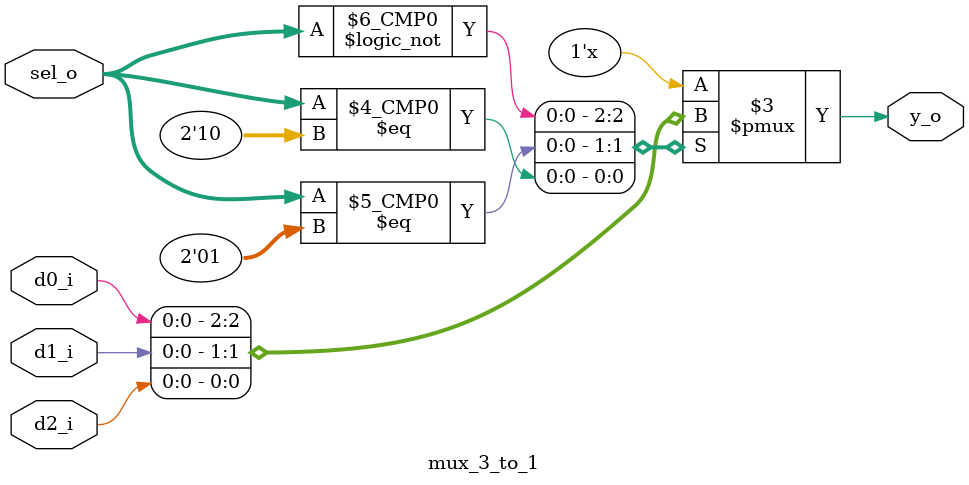
<source format=sv>
`timescale 1ns / 1ps

module mux_3_to_1(
    input logic d0_i,
    input logic d1_i,
    input logic d2_i,
    input logic [1:0] sel_o,
    output logic y_o
    );
    always_comb begin 
    //Evitar latches 
        y_o = 1'bz;
        unique case (sel_o)
            2'b00: y_o = d0_i; // kill
            2'b01: y_o = d1_i; // Generate 
            2'b10: y_o = d2_i;  // Propagation
            default: y_o = 1'bz;
        endcase 
    end
endmodule

</source>
